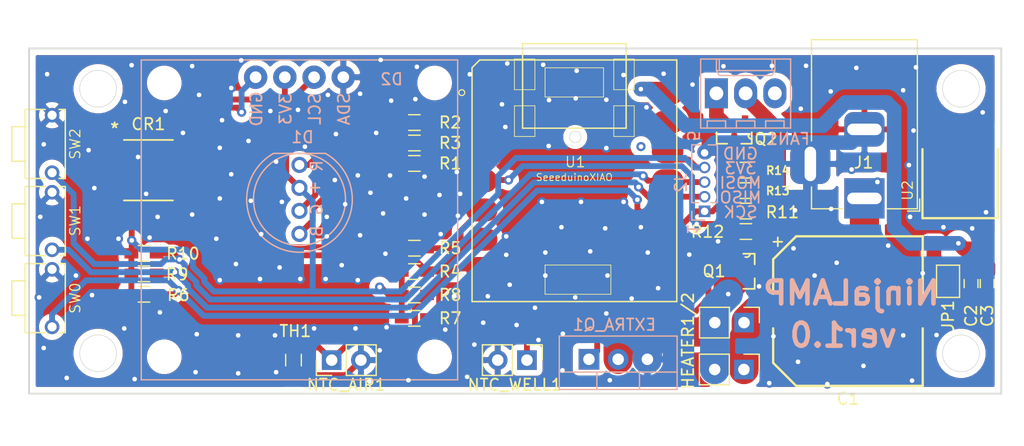
<source format=kicad_pcb>
(kicad_pcb (version 20171130) (host pcbnew "(5.1.6-0-10_14)")
  (layers (0 F.Cu signal) (31 B.Cu signal) (34 B.Paste user) (35 F.Paste user) (36 B.SilkS user) (37 F.SilkS user) (38 B.Mask user) (39 F.Mask user) (44 Edge.Cuts user))
  (net 0 "")
  (net 1 +12V)
  (net 2 GND)
  (net 3 +3V3)
  (net 4 SCL)
  (net 5 SDA)
  (net 6 /Q2)
  (net 7 AIN_AIR)
  (net 8 AIN_WELL)
  (net 9 /Q1)
  (net 10 HEATER)
  (net 11 LED_B)
  (net 12 LED_R)
  (net 13 LED_G)
  (net 14 "Net-(FAN1-Pad1)")
  (net 15 "Net-(Q2-Pad1)")
  (net 16 "Net-(D1-Pad4)")
  (net 17 "Net-(D1-Pad2)")
  (net 18 "Net-(D1-Pad1)")
  (net 19 TACT0)
  (net 20 TACT1)
  (net 21 TACT2)
  (net 22 "Net-(C2-Pad1)")
  (net 23 +5V)
  (module Pin_Headers:Pin_Header_Straight_1x05_Pitch1.27mm (layer B.Cu) (at 168.7325 101.697)
    (fp_text reference J2 (at -2.06 -2.47 -90) (layer B.SilkS) (effects (justify mirror)))
    (fp_text value Conn_01x05_Male)
    (pad 1 thru_hole rect (at 0 0) (size 1 1) (drill 0.65) (layers *.Cu *.Mask) (net 19 TACT0))
    (pad 2 thru_hole oval (at 0 -1.27) (size 1 1) (drill 0.65) (layers *.Cu *.Mask) (net 20 TACT1))
    (pad 3 thru_hole oval (at 0 -2.54) (size 1 1) (drill 0.65) (layers *.Cu *.Mask) (net 21 TACT2))
    (pad 4 thru_hole oval (at 0 -3.81) (size 1 1) (drill 0.65) (layers *.Cu *.Mask) (net 3 +3V3))
    (pad 5 thru_hole oval (at 0 -5.08) (size 1 1) (drill 0.65) (layers *.Cu *.Mask) (net 2 GND))
  )
  (module Ninja-qPCR:I2C_SSD1306_LCD (layer B.Cu) (at 133.52 88.54 180)
    (fp_text reference D2 (at -8.0075 -1.677) (layer B.SilkS) (effects (justify mirror)))
    (fp_text value I2C_SSD1306_LCD)
    (pad "" np_thru_hole circle (at -11.75 -2 180) (size 2 2) (drill 2) (layers *.Cu *.Mask))
    (pad "" np_thru_hole circle (at 11.75 -2 180) (size 2 2) (drill 2) (layers *.Cu *.Mask))
    (pad "" np_thru_hole circle (at 11.75 -25.8 180) (size 2 2) (drill 2) (layers *.Cu *.Mask))
    (pad "" np_thru_hole circle (at -11.75 -25.8 180) (size 2 2) (drill 2) (layers *.Cu *.Mask))
    (pad 4 thru_hole oval (at 3.81 -1.5 180) (size 2.032 2.032) (drill 1.016) (layers *.Cu *.Mask) (net 5 SDA))
    (pad 3 thru_hole oval (at 1.27 -1.5 180) (size 2.032 2.032) (drill 1.016) (layers *.Cu *.Mask) (net 4 SCL))
    (pad 2 thru_hole oval (at -1.27 -1.5 180) (size 2.032 2.032) (drill 1.016) (layers *.Cu *.Mask) (net 3 +3V3))
    (pad 1 thru_hole oval (at -3.81 -1.5 180) (size 2.032 2.032) (drill 1.016) (layers *.Cu *.Mask) (net 2 GND))
  )
  (module OPL_Optoelectronics:LED4-2.0-D8.0MM (layer B.Cu) (at 133.52 100.66 270)
    (fp_text reference D1 (at -5.407 -0.2625 180) (layer B.SilkS) (effects (justify mirror)))
    (fp_text value DIP-LED-RGB-COMMON-ANODE_4P-D8MM_)
    (fp_text user B (at 2.768914 -1.5 270) (layer B.SilkS) (effects (justify mirror)))
    (fp_text user G (at 0.863914 -1.5 270) (layer B.SilkS) (effects (justify mirror)))
    (fp_text user R (at -2.909686 -1.5 270) (layer B.SilkS) (effects (justify mirror)))
    (fp_text user + (at -1.02 -1.29 270) (layer B.SilkS) (effects (justify mirror)))
    (pad 4 thru_hole circle (at -2.99974 0 270) (size 1.39954 1.39954) (drill 0.84836) (layers *.Cu *.Mask) (net 16 "Net-(D1-Pad4)"))
    (pad 3 thru_hole circle (at -0.99822 0 270) (size 1.39954 1.39954) (drill 0.84836) (layers *.Cu *.Mask) (net 3 +3V3))
    (pad 2 thru_hole circle (at 0.99822 0 270) (size 1.39954 1.39954) (drill 0.84836) (layers *.Cu *.Mask) (net 17 "Net-(D1-Pad2)"))
    (pad 1 thru_hole circle (at 2.99974 0 270) (size 1.39954 1.39954) (drill 0.84836) (layers *.Cu *.Mask) (net 18 "Net-(D1-Pad1)"))
  )
  (module Pin_Headers:Pin_Header_Straight_1x02_Pitch2.54mm (layer F.Cu) (at 172.14924 115.4428 270)
    (fp_text reference HEATER1 hide)
    (fp_text value Conn_01x02_Female)
    (pad 1 thru_hole rect (at 0 0 270) (size 1.7 1.7) (drill 1) (layers *.Cu *.Mask) (net 1 +12V))
    (pad 2 thru_hole oval (at 0 2.54 270) (size 1.7 1.7) (drill 1) (layers *.Cu *.Mask) (net 6 /Q2))
  )
  (module Pin_Headers:Pin_Header_Straight_1x02_Pitch2.54mm (layer F.Cu) (at 172.1594 111.3694 270)
    (fp_text reference HEATER2 hide)
    (fp_text value Conn_01x02_Female)
    (pad 2 thru_hole oval (at 0 2.54 270) (size 1.7 1.7) (drill 1) (layers *.Cu *.Mask) (net 6 /Q2))
    (pad 1 thru_hole rect (at 0 0 270) (size 1.7 1.7) (drill 1) (layers *.Cu *.Mask) (net 1 +12V))
  )
  (module Connector_BarrelJack:BarrelJack_Horizontal (layer F.Cu) (at 182.6242 100.5744 270)
    (fp_text reference J1 (at -3.11404 0.06858 180) (layer F.SilkS))
    (fp_text value Barrel_Jack_Switch)
    (pad 1 thru_hole rect (at 0 0 270) (size 3.5 3.5) (drill oval 1 3) (layers *.Cu *.Mask) (net 1 +12V))
    (pad 2 thru_hole roundrect (at -6 0 270) (size 3 3.5) (drill oval 1 3) (layers *.Cu *.Mask) (net 2 GND))
    (pad 3 thru_hole roundrect (at -3 4.7 270) (size 3.5 3.5) (drill oval 3 1) (layers *.Cu *.Mask) (net 2 GND))
  )
  (module Connectors_Molex:Molex_KK-6410-03_03x2.54mm_Straight (layer B.Cu) (at 169.7591 91.4398)
    (fp_text reference FAN1 (at 6.2534 3.9672) (layer B.SilkS) (effects (justify mirror)))
    (fp_text value Fan_3pin)
    (pad 1 thru_hole rect (at 0 0) (size 2 2.6) (drill 1.2) (layers *.Cu *.Mask) (net 14 "Net-(FAN1-Pad1)"))
    (pad 2 thru_hole oval (at 2.54 0) (size 2 2.6) (drill 1.2) (layers *.Cu *.Mask) (net 1 +12V))
    (pad 3 thru_hole oval (at 5.08 0) (size 2 2.6) (drill 1.2) (layers *.Cu *.Mask))
  )
  (module Pin_Headers:Pin_Header_Straight_1x02_Pitch2.54mm (layer F.Cu) (at 136.32 114.63 90)
    (fp_text reference NTC_AIR1 (at -2.147 1.2725) (layer F.SilkS))
    (fp_text value Conn_01x02_Female)
    (pad 1 thru_hole rect (at 0 0 90) (size 1.7 1.7) (drill 1) (layers *.Cu *.Mask) (net 7 AIN_AIR))
    (pad 2 thru_hole oval (at 0 2.54 90) (size 1.7 1.7) (drill 1) (layers *.Cu *.Mask) (net 2 GND))
  )
  (module Pin_Headers:Pin_Header_Straight_1x02_Pitch2.54mm (layer F.Cu) (at 153.2925 114.63 270)
    (fp_text reference NTC_WELL1 (at 2.147 1.06) (layer F.SilkS))
    (fp_text value Conn_01x02_Female)
    (pad 2 thru_hole oval (at 0 2.54 270) (size 1.7 1.7) (drill 1) (layers *.Cu *.Mask) (net 2 GND))
    (pad 1 thru_hole rect (at 0 0 270) (size 1.7 1.7) (drill 1) (layers *.Cu *.Mask) (net 8 AIN_WELL))
  )
  (module Ninja-qPCR:SOT95P240X112-3N (layer F.Cu) (at 172.3753 106.9084)
    (fp_text reference Q1 (at -2.8194 -0.00254) (layer F.SilkS))
    (fp_text value BSP89)
    (pad 3 smd rect (at 1.0922 0) (size 1.3208 0.5588) (layers F.Cu F.Paste F.Mask) (net 2 GND))
    (pad 2 smd rect (at -1.0922 0.9398) (size 1.3208 0.5588) (layers F.Cu F.Paste F.Mask) (net 6 /Q2))
    (pad 1 smd rect (at -1.0922 -0.9398) (size 1.3208 0.5588) (layers F.Cu F.Paste F.Mask) (net 9 /Q1))
  )
  (module Ninja-qPCR:SOT95P240X112-3N (layer F.Cu) (at 171.3085 95.1101 270)
    (fp_text reference Q2 (at 0.2969 -2.754 180) (layer F.SilkS))
    (fp_text value BSP89 hide)
    (pad 1 smd rect (at -1.0922 -0.9398 270) (size 1.3208 0.5588) (layers F.Cu F.Paste F.Mask) (net 15 "Net-(Q2-Pad1)"))
    (pad 2 smd rect (at -1.0922 0.9398 270) (size 1.3208 0.5588) (layers F.Cu F.Paste F.Mask) (net 14 "Net-(FAN1-Pad1)"))
    (pad 3 smd rect (at 1.0922 0 270) (size 1.3208 0.5588) (layers F.Cu F.Paste F.Mask) (net 2 GND))
  )
  (module Resistors_SMD:R_0603_HandSoldering (layer F.Cu) (at 143.51 106.934 180)
    (fp_text reference R4 (at -3.1125 0) (layer F.SilkS))
    (fp_text value 47K)
    (pad 2 smd rect (at 1.1 0 180) (size 1.2 0.9) (layers F.Cu F.Paste F.Mask) (net 3 +3V3))
    (pad 1 smd rect (at -1.1 0 180) (size 1.2 0.9) (layers F.Cu F.Paste F.Mask) (net 4 SCL))
  )
  (module Resistors_SMD:R_0603_HandSoldering (layer F.Cu) (at 143.51 104.902 180)
    (fp_text reference R5 (at -3.1125 0) (layer F.SilkS))
    (fp_text value 47K)
    (pad 1 smd rect (at -1.1 0 180) (size 1.2 0.9) (layers F.Cu F.Paste F.Mask) (net 5 SDA))
    (pad 2 smd rect (at 1.1 0 180) (size 1.2 0.9) (layers F.Cu F.Paste F.Mask) (net 3 +3V3))
  )
  (module Resistors_SMD:R_0603_HandSoldering (layer F.Cu) (at 143.51 110.998)
    (fp_text reference R7 (at 3.1125 0) (layer F.SilkS))
    (fp_text value 47K)
    (pad 2 smd rect (at 1.1 0) (size 1.2 0.9) (layers F.Cu F.Paste F.Mask) (net 8 AIN_WELL))
    (pad 1 smd rect (at -1.1 0) (size 1.2 0.9) (layers F.Cu F.Paste F.Mask) (net 3 +3V3))
  )
  (module Resistors_SMD:R_0603_HandSoldering (layer F.Cu) (at 143.51 108.966)
    (fp_text reference R8 (at 3.1125 0) (layer F.SilkS))
    (fp_text value 47K)
    (pad 1 smd rect (at -1.1 0) (size 1.2 0.9) (layers F.Cu F.Paste F.Mask) (net 3 +3V3))
    (pad 2 smd rect (at 1.1 0) (size 1.2 0.9) (layers F.Cu F.Paste F.Mask) (net 7 AIN_AIR))
  )
  (module Resistors_SMD:R_0603_HandSoldering (layer F.Cu) (at 172.32196 101.676 180)
    (fp_text reference R11 (at -3.17054 -0.101) (layer F.SilkS))
    (fp_text value 1K)
    (pad 2 smd rect (at 1.1 0 180) (size 1.2 0.9) (layers F.Cu F.Paste F.Mask) (net 10 HEATER))
    (pad 1 smd rect (at -1.1 0 180) (size 1.2 0.9) (layers F.Cu F.Paste F.Mask) (net 9 /Q1))
  )
  (module Resistors_SMD:R_0603_HandSoldering (layer F.Cu) (at 172.32196 103.454 180)
    (fp_text reference R12 (at 3.32946 -0.023) (layer F.SilkS))
    (fp_text value 47K)
    (pad 1 smd rect (at -1.1 0 180) (size 1.2 0.9) (layers F.Cu F.Paste F.Mask) (net 2 GND))
    (pad 2 smd rect (at 1.1 0 180) (size 1.2 0.9) (layers F.Cu F.Paste F.Mask) (net 9 /Q1))
  )
  (module Resistors_SMD:R_0603_HandSoldering (layer F.Cu) (at 120.01 107.126)
    (fp_text reference R9 (at 2.8825 0.051) (layer F.SilkS))
    (fp_text value 47K)
    (pad 2 smd rect (at 1.1 0) (size 1.2 0.9) (layers F.Cu F.Paste F.Mask) (net 20 TACT1))
    (pad 1 smd rect (at -1.1 0) (size 1.2 0.9) (layers F.Cu F.Paste F.Mask) (net 3 +3V3))
  )
  (module Resistors_SMD:R_0603_HandSoldering (layer F.Cu) (at 143.51 97.536 180)
    (fp_text reference R1 (at -3.1125 0) (layer F.SilkS))
    (fp_text value 15)
    (pad 2 smd rect (at 1.1 0 180) (size 1.2 0.9) (layers F.Cu F.Paste F.Mask) (net 18 "Net-(D1-Pad1)"))
    (pad 1 smd rect (at -1.1 0 180) (size 1.2 0.9) (layers F.Cu F.Paste F.Mask) (net 11 LED_B))
  )
  (module Resistors_SMD:R_0603_HandSoldering (layer F.Cu) (at 143.51 93.98 180)
    (fp_text reference R2 (at -3.1125 0) (layer F.SilkS))
    (fp_text value 75)
    (pad 1 smd rect (at -1.1 0 180) (size 1.2 0.9) (layers F.Cu F.Paste F.Mask) (net 12 LED_R))
    (pad 2 smd rect (at 1.1 0 180) (size 1.2 0.9) (layers F.Cu F.Paste F.Mask) (net 16 "Net-(D1-Pad4)"))
  )
  (module Resistors_SMD:R_0603_HandSoldering (layer F.Cu) (at 172.32196 99.898 180)
    (fp_text reference R13 (at -2.77054 -0.029) (layer F.SilkS) (effects (font (size 0.7 0.7))))
    (fp_text value 1K)
    (pad 1 smd rect (at -1.1 0 180) (size 1.2 0.9) (layers F.Cu F.Paste F.Mask) (net 15 "Net-(Q2-Pad1)"))
    (pad 2 smd rect (at 1.1 0 180) (size 1.2 0.9) (layers F.Cu F.Paste F.Mask) (net 19 TACT0))
  )
  (module Resistors_SMD:R_0603_HandSoldering (layer F.Cu) (at 143.51 95.758 180)
    (fp_text reference R3 (at -3.1125 0) (layer F.SilkS))
    (fp_text value 15)
    (pad 2 smd rect (at 1.1 0 180) (size 1.2 0.9) (layers F.Cu F.Paste F.Mask) (net 17 "Net-(D1-Pad2)"))
    (pad 1 smd rect (at -1.1 0 180) (size 1.2 0.9) (layers F.Cu F.Paste F.Mask) (net 13 LED_G))
  )
  (module Resistors_SMD:R_0603_HandSoldering (layer F.Cu) (at 172.32196 98.12)
    (fp_text reference R14 (at 2.78054 0.037) (layer F.SilkS) (effects (font (size 0.7 0.7))))
    (fp_text value 47K)
    (pad 2 smd rect (at 1.1 0) (size 1.2 0.9) (layers F.Cu F.Paste F.Mask) (net 15 "Net-(Q2-Pad1)"))
    (pad 1 smd rect (at -1.1 0) (size 1.2 0.9) (layers F.Cu F.Paste F.Mask) (net 2 GND))
  )
  (module Ninja-qPCR:SeeeduinoXIAO-MOUDLE14P-2.54-21X17.8MM (layer F.Cu) (at 148.52 109.54)
    (fp_text reference U1 (at 8.97344 -12.12612) (layer F.SilkS) (effects (font (size 0.889 0.889) (thickness 0.1016))))
    (fp_text value SeeeduinoXIAO (at 8.89 -10.795) (layer F.SilkS) (effects (font (size 0.6096 0.6096) (thickness 0.0762))))
    (pad 20 smd circle (at 10.238803 -16.264187 90) (size 1.143 1.143) (layers F.Cu F.Paste F.Mask))
    (pad 19 smd circle (at 7.698803 -16.264187 90) (size 1.143 1.143) (layers F.Cu F.Paste F.Mask))
    (pad 18 smd circle (at 10.238803 -18.804187 90) (size 1.143 1.143) (layers F.Cu F.Paste F.Mask))
    (pad 17 smd circle (at 7.698803 -18.804187 90) (size 1.143 1.143) (layers F.Cu F.Paste F.Mask))
    (pad 16 smd oval (at 10.25 -1.8 90) (size 2.032 1.016) (layers F.Cu F.Paste F.Mask))
    (pad 15 smd oval (at 7.7 -1.8 90) (size 2.032 1.016) (layers F.Cu F.Paste F.Mask))
    (pad 1 smd oval (at 0.83312 -18.11782) (size 2.74828 1.99898) (layers F.Cu F.Paste F.Mask) (net 12 LED_R))
    (pad 2 smd oval (at 0.83312 -15.57782) (size 2.74828 1.99898) (layers F.Cu F.Paste F.Mask) (net 13 LED_G))
    (pad 3 smd oval (at 0.83312 -13.03782) (size 2.74828 1.99898) (layers F.Cu F.Paste F.Mask) (net 11 LED_B))
    (pad 4 smd oval (at 0.83312 -10.49782) (size 2.74828 1.99898) (layers F.Cu F.Paste F.Mask) (net 10 HEATER))
    (pad 5 smd oval (at 0.83312 -7.95782) (size 2.74828 1.99898) (layers F.Cu F.Paste F.Mask) (net 5 SDA))
    (pad 6 smd oval (at 0.83312 -5.41782) (size 2.74828 1.99898) (layers F.Cu F.Paste F.Mask) (net 4 SCL))
    (pad 7 smd oval (at 0.83312 -2.87782) (size 2.74828 1.99898) (layers F.Cu F.Paste F.Mask) (net 7 AIN_AIR))
    (pad 8 smd oval (at 16.99768 -2.87782) (size 2.74828 1.99898) (layers F.Cu F.Paste F.Mask) (net 8 AIN_WELL))
    (pad 9 smd oval (at 16.99768 -5.41782) (size 2.74828 1.99898) (layers F.Cu F.Paste F.Mask) (net 19 TACT0))
    (pad 10 smd oval (at 16.99768 -7.95782) (size 2.74828 1.99898) (layers F.Cu F.Paste F.Mask) (net 20 TACT1))
    (pad 11 smd oval (at 16.99768 -10.49782) (size 2.74828 1.99898) (layers F.Cu F.Paste F.Mask) (net 21 TACT2))
    (pad 12 smd oval (at 16.99768 -13.03782) (size 2.74828 1.99898) (layers F.Cu F.Paste F.Mask) (net 3 +3V3))
    (pad 13 smd oval (at 16.99768 -15.57782) (size 2.74828 1.99898) (layers F.Cu F.Paste F.Mask) (net 2 GND))
    (pad 14 smd oval (at 16.99768 -18.11782) (size 2.74828 1.99898) (layers F.Cu F.Paste F.Mask) (net 23 +5V))
  )
  (module TO_SOT_Packages_THT:TO-220-3_Vertical (layer B.Cu) (at 158.6825 114.557)
    (fp_text reference EXTRA_Q1 (at 2.2001 -3.00564) (layer B.SilkS) (effects (justify mirror)))
    (fp_text value BSP89)
    (pad 3 thru_hole oval (at 5.08 0) (size 1.8 1.8) (drill 1) (layers *.Cu *.Mask) (net 2 GND))
    (pad 2 thru_hole oval (at 2.54 0) (size 1.8 1.8) (drill 1) (layers *.Cu *.Mask) (net 6 /Q2))
    (pad 1 thru_hole rect (at 0 0) (size 1.8 1.8) (drill 1) (layers *.Cu *.Mask) (net 9 /Q1))
  )
  (module Resistors_SMD:R_0603_HandSoldering (layer F.Cu) (at 133.0025 114.627 270)
    (fp_text reference TH1 (at -2.52 -0.16 180) (layer F.SilkS))
    (fp_text value Thermistor)
    (pad 2 smd rect (at 1.1 0 270) (size 1.2 0.9) (layers F.Cu F.Paste F.Mask) (net 2 GND))
    (pad 1 smd rect (at -1.1 0 270) (size 1.2 0.9) (layers F.Cu F.Paste F.Mask) (net 7 AIN_AIR))
  )
  (module OPL_Switch:SW2-5.0-6.0X3.0X4.3MM (layer F.Cu) (at 112.02 102.54 90)
    (fp_text reference SW1 (at 0.033 2.0025 90) (layer F.SilkS) (effects (font (size 0.889 0.889) (thickness 0.1016))))
    (fp_text value DIP-BUTTON_2P-6.0X3.0X4.3MM_ hide)
    (pad 2 thru_hole circle (at 2.49936 0 90) (size 1.27 1.27) (drill 0.79756) (layers *.Cu *.Mask) (net 2 GND))
    (pad 1 thru_hole circle (at -2.49936 0 90) (size 1.27 1.27) (drill 0.79756) (layers *.Cu *.Mask) (net 20 TACT1))
  )
  (module Resistors_SMD:R_0603_HandSoldering (layer F.Cu) (at 120.01 108.904)
    (fp_text reference R6 (at 2.9825 0.073) (layer F.SilkS))
    (fp_text value 47K)
    (pad 1 smd rect (at -1.1 0) (size 1.2 0.9) (layers F.Cu F.Paste F.Mask) (net 3 +3V3))
    (pad 2 smd rect (at 1.1 0) (size 1.2 0.9) (layers F.Cu F.Paste F.Mask) (net 19 TACT0))
  )
  (module Resistors_SMD:R_0603_HandSoldering (layer F.Cu) (at 120.01 105.348)
    (fp_text reference R10 (at 3.3825 0.029) (layer F.SilkS))
    (fp_text value 47K)
    (pad 2 smd rect (at 1.1 0) (size 1.2 0.9) (layers F.Cu F.Paste F.Mask) (net 21 TACT2))
    (pad 1 smd rect (at -1.1 0) (size 1.2 0.9) (layers F.Cu F.Paste F.Mask) (net 3 +3V3))
  )
  (module OPL_Switch:SW2-5.0-6.0X3.0X4.3MM (layer F.Cu) (at 112.02 109.24 90)
    (fp_text reference SW0 (at 0 2.0025 90) (layer F.SilkS) (effects (font (size 0.889 0.889) (thickness 0.1016))))
    (fp_text value DIP-BUTTON_2P-6.0X3.0X4.3MM_)
    (pad 1 thru_hole circle (at -2.49936 0 90) (size 1.27 1.27) (drill 0.79756) (layers *.Cu *.Mask) (net 19 TACT0))
    (pad 2 thru_hole circle (at 2.49936 0 90) (size 1.27 1.27) (drill 0.79756) (layers *.Cu *.Mask) (net 2 GND))
  )
  (module OPL_Switch:SW2-5.0-6.0X3.0X4.3MM (layer F.Cu) (at 112.02 95.84 90)
    (fp_text reference SW2 (at 0 2.0025 90) (layer F.SilkS) (effects (font (size 0.889 0.889) (thickness 0.1016))))
    (fp_text value DIP-BUTTON_2P-6.0X3.0X4.3MM_)
    (pad 2 thru_hole circle (at 2.49936 0 90) (size 1.27 1.27) (drill 0.79756) (layers *.Cu *.Mask) (net 2 GND))
    (pad 1 thru_hole circle (at -2.49936 0 90) (size 1.27 1.27) (drill 0.79756) (layers *.Cu *.Mask) (net 21 TACT2))
  )
  (module Ninja-qPCR:M24C02-RMN6TP (layer F.Cu) (at 120.3925 98.12)
    (fp_text reference CR1 (at 0 -4) (layer F.SilkS))
    (fp_text value M24C02-RMN6TP)
    (fp_text user * (at -2.9337 -3.6068) (layer F.SilkS))
    (fp_text user * (at -2.9337 -3.6068) (layer F.SilkS))
    (pad 8 smd rect (at 2.6797 -1.905) (size 1.5494 0.5588) (layers F.Cu F.Paste F.Mask) (net 3 +3V3))
    (pad 7 smd rect (at 2.6797 -0.635) (size 1.5494 0.5588) (layers F.Cu F.Paste F.Mask))
    (pad 6 smd rect (at 2.6797 0.635) (size 1.5494 0.5588) (layers F.Cu F.Paste F.Mask) (net 4 SCL))
    (pad 5 smd rect (at 2.6797 1.905) (size 1.5494 0.5588) (layers F.Cu F.Paste F.Mask) (net 5 SDA))
    (pad 4 smd rect (at -2.6797 1.905) (size 1.5494 0.5588) (layers F.Cu F.Paste F.Mask) (net 2 GND))
    (pad 3 smd rect (at -2.6797 0.635) (size 1.5494 0.5588) (layers F.Cu F.Paste F.Mask) (net 2 GND))
    (pad 2 smd rect (at -2.6797 -0.635) (size 1.5494 0.5588) (layers F.Cu F.Paste F.Mask) (net 2 GND))
    (pad 1 smd rect (at -2.6797 -1.905) (size 1.5494 0.5588) (layers F.Cu F.Paste F.Mask) (net 2 GND))
  )
  (module Capacitors_SMD:C_0603_HandSoldering (layer F.Cu) (at 191.8925 107.977 270)
    (fp_text reference C2 (at 2.8 0 90) (layer F.SilkS))
    (fp_text value 0.33uF)
    (pad 1 smd rect (at -0.95 0 270) (size 1.2 0.75) (layers F.Cu F.Paste F.Mask) (net 22 "Net-(C2-Pad1)"))
    (pad 2 smd rect (at 0.95 0 270) (size 1.2 0.75) (layers F.Cu F.Paste F.Mask) (net 2 GND))
  )
  (module Capacitors_SMD:C_0603_HandSoldering (layer F.Cu) (at 193.2925 107.977 270)
    (fp_text reference C3 (at 2.8 0 90) (layer F.SilkS))
    (fp_text value 0.1uF)
    (pad 2 smd rect (at 0.95 0 270) (size 1.2 0.75) (layers F.Cu F.Paste F.Mask) (net 2 GND))
    (pad 1 smd rect (at -0.95 0 270) (size 1.2 0.75) (layers F.Cu F.Paste F.Mask) (net 23 +5V))
  )
  (module OPL_Integrated_Circuit:TO-252 (layer F.Cu) (at 190.6925 99.877 90)
    (fp_text reference U2 (at 0 -4.318 90) (layer F.SilkS) (effects (font (size 0.889 0.889) (thickness 0.1016))))
    (fp_text value PMIC-CJ78M05_TO-252_)
    (pad 1 smd rect (at -5.08 -2.032) (size 1.016 1.651) (layers F.Cu F.Paste F.Mask) (net 22 "Net-(C2-Pad1)"))
    (pad 2 smd rect (at 2.24536 0.254) (size 5.29844 6.1976) (layers F.Cu F.Paste F.Mask) (net 2 GND))
    (pad 3 smd rect (at -5.08 2.54) (size 1.016 1.651) (layers F.Cu F.Paste F.Mask) (net 23 +5V))
  )
  (module Jumper:SolderJumper-2_P1.3mm_Open_TrianglePad1.0x1.5mm (layer F.Cu) (at 189.8925 107.777 90)
    (fp_text reference JP1 (at -3 0 90) (layer F.SilkS))
    (fp_text value Jumper)
    (pad 2 smd custom (at 0.725 0 90) (size 0.3 0.3) (layers F.Cu F.Mask) (net 22 "Net-(C2-Pad1)") (options (clearance outline) (anchor rect)) (primitives (gr_poly (pts (xy -0.65 -0.75) (xy 0.5 -0.75) (xy 0.5 0.75) (xy -0.65 0.75) (xy -0.15 0)) (width 0))))
    (pad 1 smd custom (at -0.725 0 90) (size 0.3 0.3) (layers F.Cu F.Mask) (net 1 +12V) (options (clearance outline) (anchor rect)) (primitives (gr_poly (pts (xy -0.5 -0.75) (xy 0.5 -0.75) (xy 1 0) (xy 0.5 0.75) (xy -0.5 0.75)) (width 0))))
  )
  (module Ninja-qPCR:ELECTRO-SMD-C-12.5x13.5MM (layer F.Cu) (at 181.1925 110.36788 180)
    (fp_text reference C1 (at 0 -7.62) (layer F.SilkS))
    (fp_text value CP)
    (fp_text user + (at 6.096 6.096) (layer F.SilkS))
    (pad 1 smd rect (at 4.55 0 180) (size 5.2 1.7) (layers F.Cu F.Paste F.Mask) (net 1 +12V))
    (pad 2 smd rect (at -4.55 0 180) (size 5.2 1.7) (layers F.Cu F.Paste F.Mask) (net 2 GND))
  )
  (gr_text ver1.0 (at 180.7925 112.467) (layer B.SilkS) (effects (font (size 2 2) (thickness 0.4)) (justify mirror)))
  (gr_text NinjaLAMP (at 181.4825 108.797) (layer B.SilkS) (effects (font (size 2 2) (thickness 0.4)) (justify mirror)))
  (gr_circle (center 157.488803 95.23218) (end 157.988803 95.23218) (layer Edge.Cuts) (width 0.05))
  (gr_text SCK (at 171.8525 101.767) (layer B.SilkS) (effects (font (size 1 1)) (justify mirror)))
  (gr_text MISO (at 171.8525 100.497) (layer B.SilkS) (effects (font (size 1 1)) (justify mirror)))
  (gr_text MOSI (at 171.8525 99.227) (layer B.SilkS) (effects (font (size 1 1)) (justify mirror)))
  (gr_text 3V3 (at 171.8525 97.957) (layer B.SilkS) (effects (font (size 1 1)) (justify mirror)))
  (gr_text GND (at 171.8525 96.687) (layer B.SilkS) (effects (font (size 1 1)) (justify mirror)))
  (gr_text 5 (at 167.7225 95.137 270) (layer B.SilkS) (effects (font (size 1 1)) (justify mirror)))
  (gr_text 1 (at 167.7225 103.237 270) (layer B.SilkS) (effects (font (size 1 1)) (justify mirror)))
  (gr_text SDA (at 137.3925 92.797 90) (layer B.SilkS) (effects (font (size 1 1)) (justify mirror)))
  (gr_text SCL (at 134.8525 92.797 90) (layer B.SilkS) (effects (font (size 1 1)) (justify mirror)))
  (gr_text 3V3 (at 132.3125 92.797 90) (layer B.SilkS) (effects (font (size 1 1)) (justify mirror)))
  (gr_text GND (at 129.7725 92.797 90) (layer B.SilkS) (effects (font (size 1 1)) (justify mirror)))
  (gr_text HEATER1/2 (at 167.28768 112.94852 90) (layer F.SilkS) (effects (font (size 1 1))))
  (gr_circle (center 116.02 91.04) (end 117.62 91.04) (layer Edge.Cuts) (width 0.05))
  (gr_circle (center 116.02 114.04) (end 117.62 114.04) (layer Edge.Cuts) (width 0.05))
  (gr_line (start 110.02 117.54) (end 194.52 117.54) (layer Edge.Cuts) (width 0.15))
  (gr_circle (center 191.02 114.04) (end 192.62 114.04) (layer Edge.Cuts) (width 0.05))
  (gr_circle (center 191.02 91.04) (end 192.62 91.04) (layer Edge.Cuts) (width 0.05))
  (gr_line (start 194.52 117.54) (end 194.52 87.54) (layer Edge.Cuts) (width 0.15))
  (gr_line (start 110.02 87.54) (end 110.02 117.54) (layer Edge.Cuts) (width 0.15))
  (gr_line (start 110.02 87.54) (end 194.52 87.54) (layer Edge.Cuts) (width 0.15))
  (via (at 163.2025 96.067) (size 0.8) (drill 0.4) (layers F.Cu B.Cu) (net 0))
  (segment (start 175.1693 109.28416) (end 176.25302 110.36788) (width 1.27) (layer F.Cu) (net 1))
  (segment (start 175.1693 94.665096) (end 175.1693 109.28416) (width 1.27) (layer F.Cu) (net 1))
  (segment (start 172.2991 91.4398) (end 172.2991 91.794896) (width 1.27) (layer F.Cu) (net 1))
  (segment (start 176.25302 110.36788) (end 174.16092 110.36788) (width 2.54) (layer F.Cu) (net 1))
  (segment (start 172.1594 115.43264) (end 172.14924 115.4428) (width 2.54) (layer F.Cu) (net 1))
  (segment (start 172.35941 112.504349) (end 172.35941 111.3694) (width 2.54) (layer F.Cu) (net 1))
  (segment (start 172.14924 112.714519) (end 172.35941 112.504349) (width 2.54) (layer F.Cu) (net 1))
  (segment (start 172.14924 115.4428) (end 172.14924 112.714519) (width 2.54) (layer F.Cu) (net 1))
  (segment (start 173.184479 110.36788) (end 172.35941 111.192949) (width 2.54) (layer F.Cu) (net 1))
  (segment (start 176.25302 110.36788) (end 173.184479 110.36788) (width 2.54) (layer F.Cu) (net 1))
  (segment (start 172.2991 91.794896) (end 175.1693 94.665096) (width 1.27) (layer F.Cu) (net 1))
  (segment (start 182.6242 106.522902) (end 178.779222 110.36788) (width 2.54) (layer F.Cu) (net 1))
  (segment (start 178.779222 110.36788) (end 176.6425 110.36788) (width 2.54) (layer F.Cu) (net 1))
  (segment (start 182.6242 101.5744) (end 182.6242 106.522902) (width 2.54) (layer F.Cu) (net 1))
  (segment (start 186.398379 108.682879) (end 189.711621 108.682879) (width 1.27) (layer F.Cu) (net 1))
  (segment (start 189.711621 108.682879) (end 189.8925 108.502) (width 1.27) (layer F.Cu) (net 1))
  (segment (start 184.238402 106.522902) (end 186.398379 108.682879) (width 1.27) (layer F.Cu) (net 1))
  (segment (start 182.6242 106.522902) (end 184.238402 106.522902) (width 1.27) (layer F.Cu) (net 1))
  (segment (start 165.51768 93.96218) (end 166.64014 93.96218) (width 0.508) (layer F.Cu) (net 2))
  (segment (start 173.4753 106.9006) (end 173.4675 106.9084) (width 1.27) (layer F.Cu) (net 2))
  (segment (start 173.4675 106.9084) (end 173.4675 108.2165) (width 1.27) (layer F.Cu) (net 2))
  (via (at 173.4675 108.2165) (size 0.8) (drill 0.4) (layers F.Cu B.Cu) (net 2))
  (segment (start 177.9242 105.5124) (end 175.2201 108.2165) (width 1.27) (layer B.Cu) (net 2))
  (segment (start 175.2201 108.2165) (end 173.4675 108.2165) (width 1.27) (layer B.Cu) (net 2))
  (segment (start 177.9242 98.5744) (end 177.9242 105.5124) (width 1.27) (layer B.Cu) (net 2))
  (segment (start 169.652851 106.149591) (end 171.922749 106.149591) (width 2.54) (layer B.Cu) (net 2))
  (segment (start 173.4675 107.694342) (end 173.4675 108.2165) (width 2.54) (layer B.Cu) (net 2))
  (segment (start 171.922749 106.149591) (end 173.4675 107.694342) (width 2.54) (layer B.Cu) (net 2))
  (segment (start 171.3085 98.03346) (end 171.22196 98.12) (width 1.27) (layer F.Cu) (net 2))
  (segment (start 173.42196 106.86286) (end 173.4675 106.9084) (width 1.27) (layer F.Cu) (net 2))
  (segment (start 173.42196 103.454) (end 173.42196 106.86286) (width 1.27) (layer F.Cu) (net 2))
  (via (at 118.3525 92.177) (size 0.8) (drill 0.4) (layers F.Cu B.Cu) (net 2))
  (via (at 118.9325 88.997) (size 0.8) (drill 0.4) (layers F.Cu B.Cu) (net 2))
  (via (at 148.7225 113.277) (size 0.8) (drill 0.4) (layers F.Cu B.Cu) (net 2))
  (via (at 156.3825 115.517) (size 0.8) (drill 0.4) (layers F.Cu B.Cu) (net 2))
  (via (at 128.4525 88.577) (size 0.8) (drill 0.4) (layers F.Cu B.Cu) (net 2))
  (via (at 140.5825 88.537) (size 0.8) (drill 0.4) (layers F.Cu B.Cu) (net 2))
  (via (at 143.5925 91.947) (size 0.8) (drill 0.4) (layers F.Cu B.Cu) (net 2))
  (via (at 143.7225 89.137) (size 0.8) (drill 0.4) (layers F.Cu B.Cu) (net 2))
  (via (at 155.1825 96.017) (size 0.8) (drill 0.4) (layers F.Cu B.Cu) (net 2))
  (via (at 151.4125 94.367) (size 0.8) (drill 0.4) (layers F.Cu B.Cu) (net 2))
  (via (at 148.3225 89.787) (size 0.8) (drill 0.4) (layers F.Cu B.Cu) (net 2))
  (via (at 151.5825 88.847) (size 0.8) (drill 0.4) (layers F.Cu B.Cu) (net 2))
  (via (at 151.1225 92.397) (size 0.8) (drill 0.4) (layers F.Cu B.Cu) (net 2))
  (via (at 154.7025 88.957) (size 0.8) (drill 0.4) (layers F.Cu B.Cu) (net 2))
  (via (at 155.2125 92.027) (size 0.8) (drill 0.4) (layers F.Cu B.Cu) (net 2))
  (via (at 157.5325 91.877) (size 0.8) (drill 0.4) (layers F.Cu B.Cu) (net 2))
  (via (at 157.6125 89.477) (size 0.8) (drill 0.4) (layers F.Cu B.Cu) (net 2))
  (via (at 160.1925 91.997) (size 0.8) (drill 0.4) (layers F.Cu B.Cu) (net 2))
  (via (at 160.1925 96.197) (size 0.8) (drill 0.4) (layers F.Cu B.Cu) (net 2))
  (via (at 163.6825 92.657) (size 0.8) (drill 0.4) (layers F.Cu B.Cu) (net 2))
  (via (at 165.1725 89.737) (size 0.8) (drill 0.4) (layers F.Cu B.Cu) (net 2))
  (via (at 167.6825 90.677) (size 0.8) (drill 0.4) (layers F.Cu B.Cu) (net 2))
  (via (at 161.6825 89.847) (size 0.8) (drill 0.4) (layers F.Cu B.Cu) (net 2))
  (via (at 170.3725 89.087) (size 0.8) (drill 0.4) (layers F.Cu B.Cu) (net 2))
  (via (at 174.5825 89.057) (size 0.8) (drill 0.4) (layers F.Cu B.Cu) (net 2))
  (via (at 177.5525 89.047) (size 0.8) (drill 0.4) (layers F.Cu B.Cu) (net 2))
  (via (at 181.9225 89.227) (size 0.8) (drill 0.4) (layers F.Cu B.Cu) (net 2))
  (via (at 187.1025 89.177) (size 0.8) (drill 0.4) (layers F.Cu B.Cu) (net 2))
  (via (at 192.9025 93.097) (size 0.8) (drill 0.4) (layers F.Cu B.Cu) (net 2))
  (via (at 188.8925 112.447) (size 0.8) (drill 0.4) (layers F.Cu B.Cu) (net 2))
  (via (at 186.7625 116.407) (size 0.8) (drill 0.4) (layers F.Cu B.Cu) (net 2))
  (via (at 185.9925 112.477) (size 0.8) (drill 0.4) (layers F.Cu B.Cu) (net 2))
  (via (at 174.3525 116.627) (size 0.8) (drill 0.4) (layers F.Cu B.Cu) (net 2))
  (via (at 174.7125 112.557) (size 0.8) (drill 0.4) (layers F.Cu B.Cu) (net 2))
  (via (at 179.4025 116.707) (size 0.8) (drill 0.4) (layers F.Cu B.Cu) (net 2))
  (via (at 176.8525 114.777) (size 0.8) (drill 0.4) (layers F.Cu B.Cu) (net 2))
  (via (at 182.5425 115.127) (size 0.8) (drill 0.4) (layers F.Cu B.Cu) (net 2))
  (via (at 178.2925 107.277) (size 0.8) (drill 0.4) (layers F.Cu B.Cu) (net 2))
  (via (at 180.2125 106.167) (size 0.8) (drill 0.4) (layers F.Cu B.Cu) (net 2))
  (via (at 179.7325 101.487) (size 0.8) (drill 0.4) (layers F.Cu B.Cu) (net 2))
  (via (at 176.5925 101.607) (size 0.8) (drill 0.4) (layers F.Cu B.Cu) (net 2))
  (via (at 176.4625 104.917) (size 0.8) (drill 0.4) (layers F.Cu B.Cu) (net 2))
  (via (at 181.5125 98.057) (size 0.8) (drill 0.4) (layers F.Cu B.Cu) (net 2))
  (via (at 183.7525 99.147) (size 0.8) (drill 0.4) (layers F.Cu B.Cu) (net 1))
  (via (at 156.4125 112.337) (size 0.8) (drill 0.4) (layers F.Cu B.Cu) (net 2))
  (via (at 167.4025 105.457) (size 0.8) (drill 0.4) (layers F.Cu B.Cu) (net 2))
  (via (at 169.9025 104.307) (size 0.8) (drill 0.4) (layers F.Cu B.Cu) (net 2))
  (segment (start 169.082199 96.2023) (end 168.7325 96.551999) (width 1.27) (layer F.Cu) (net 2))
  (segment (start 171.3085 96.2023) (end 169.082199 96.2023) (width 1.27) (layer F.Cu) (net 2))
  (segment (start 171.22196 96.28884) (end 171.3085 96.2023) (width 1.27) (layer F.Cu) (net 2))
  (segment (start 171.22196 98.12) (end 171.22196 96.28884) (width 1.27) (layer F.Cu) (net 2))
  (segment (start 133.209501 115.934001) (end 133.0025 115.727) (width 0.508) (layer F.Cu) (net 2))
  (segment (start 137.555999 115.934001) (end 133.209501 115.934001) (width 0.508) (layer F.Cu) (net 2))
  (segment (start 138.86 114.63) (end 137.555999 115.934001) (width 0.508) (layer F.Cu) (net 2))
  (segment (start 132.795499 115.934001) (end 133.0025 115.727) (width 0.508) (layer F.Cu) (net 2))
  (segment (start 163.7625 112.039942) (end 169.652851 106.149591) (width 2.54) (layer B.Cu) (net 2))
  (segment (start 163.7625 114.557) (end 163.7625 112.039942) (width 2.54) (layer B.Cu) (net 2))
  (via (at 123.3925 94.877) (size 0.8) (drill 0.4) (layers F.Cu B.Cu) (net 2))
  (via (at 119.4925 96.977) (size 0.8) (drill 0.4) (layers F.Cu B.Cu) (net 2))
  (via (at 111.5925 89.777) (size 0.8) (drill 0.4) (layers F.Cu B.Cu) (net 2))
  (via (at 111.2925 95.877) (size 0.8) (drill 0.4) (layers F.Cu B.Cu) (net 2))
  (via (at 115.1925 96.377) (size 0.8) (drill 0.4) (layers F.Cu B.Cu) (net 2))
  (via (at 110.9925 102.177) (size 0.8) (drill 0.4) (layers F.Cu B.Cu) (net 2))
  (via (at 115.6925 99.677) (size 0.8) (drill 0.4) (layers F.Cu B.Cu) (net 2))
  (via (at 110.8925 109.177) (size 0.8) (drill 0.4) (layers F.Cu B.Cu) (net 2))
  (via (at 114.0925 107.277) (size 0.8) (drill 0.4) (layers F.Cu B.Cu) (net 2))
  (via (at 115.0925 104.077) (size 0.8) (drill 0.4) (layers F.Cu B.Cu) (net 2))
  (via (at 117.7925 104.077) (size 0.8) (drill 0.4) (layers F.Cu B.Cu) (net 2))
  (via (at 124.1925 101.977) (size 0.8) (drill 0.4) (layers F.Cu B.Cu) (net 2))
  (via (at 126.5925 100.577) (size 0.8) (drill 0.4) (layers F.Cu B.Cu) (net 2))
  (via (at 127.5925 98.477) (size 0.8) (drill 0.4) (layers F.Cu B.Cu) (net 2))
  (via (at 131.9925 100.877) (size 0.8) (drill 0.4) (layers F.Cu B.Cu) (net 2))
  (via (at 130.1925 103.677) (size 0.8) (drill 0.4) (layers F.Cu B.Cu) (net 2))
  (via (at 115.4925 108.977) (size 0.8) (drill 0.4) (layers F.Cu B.Cu) (net 2))
  (via (at 111.2925 113.577) (size 0.8) (drill 0.4) (layers F.Cu B.Cu) (net 2))
  (via (at 113.2925 116.177) (size 0.8) (drill 0.4) (layers F.Cu B.Cu) (net 2))
  (via (at 118.2925 111.877) (size 0.8) (drill 0.4) (layers F.Cu B.Cu) (net 2))
  (via (at 119.1925 116.277) (size 0.8) (drill 0.4) (layers F.Cu B.Cu) (net 2))
  (via (at 121.3925 110.477) (size 0.8) (drill 0.4) (layers F.Cu B.Cu) (net 2))
  (via (at 124.4925 115.677) (size 0.8) (drill 0.4) (layers F.Cu B.Cu) (net 2))
  (via (at 124.5925 112.377) (size 0.8) (drill 0.4) (layers F.Cu B.Cu) (net 2))
  (via (at 128.1925 115.777) (size 0.8) (drill 0.4) (layers F.Cu B.Cu) (net 2))
  (via (at 128.1925 112.477) (size 0.8) (drill 0.4) (layers F.Cu B.Cu) (net 2))
  (via (at 131.4925 115.677) (size 0.8) (drill 0.4) (layers F.Cu B.Cu) (net 2))
  (via (at 131.3925 112.477) (size 0.8) (drill 0.4) (layers F.Cu B.Cu) (net 2))
  (via (at 134.7925 111.877) (size 0.8) (drill 0.4) (layers F.Cu B.Cu) (net 2))
  (via (at 141.0925 111.777) (size 0.8) (drill 0.4) (layers F.Cu B.Cu) (net 2))
  (via (at 138.3925 111.877) (size 0.8) (drill 0.4) (layers F.Cu B.Cu) (net 2))
  (via (at 140.4925 113.777) (size 0.8) (drill 0.4) (layers F.Cu B.Cu) (net 2))
  (via (at 142.9925 116.377) (size 0.8) (drill 0.4) (layers F.Cu B.Cu) (net 2))
  (via (at 139.5925 116.477) (size 0.8) (drill 0.4) (layers F.Cu B.Cu) (net 2))
  (via (at 146.1925 111.977) (size 0.8) (drill 0.4) (layers F.Cu B.Cu) (net 2))
  (via (at 146.9925 109.077) (size 0.8) (drill 0.4) (layers F.Cu B.Cu) (net 2))
  (via (at 149.8925 109.077) (size 0.8) (drill 0.4) (layers F.Cu B.Cu) (net 2))
  (via (at 152.3925 111.577) (size 0.8) (drill 0.4) (layers F.Cu B.Cu) (net 2))
  (via (at 149.4925 111.377) (size 0.8) (drill 0.4) (layers F.Cu B.Cu) (net 2))
  (via (at 148.0925 116.077) (size 0.8) (drill 0.4) (layers F.Cu B.Cu) (net 2))
  (via (at 154.2925 112.877) (size 0.8) (drill 0.4) (layers F.Cu B.Cu) (net 2))
  (via (at 151.7925 108.077) (size 0.8) (drill 0.4) (layers F.Cu B.Cu) (net 2))
  (via (at 154.8925 107.277) (size 0.8) (drill 0.4) (layers F.Cu B.Cu) (net 2))
  (via (at 153.9925 110.077) (size 0.8) (drill 0.4) (layers F.Cu B.Cu) (net 2))
  (via (at 157.4925 109.177) (size 0.8) (drill 0.4) (layers F.Cu B.Cu) (net 2))
  (via (at 160.2925 107.277) (size 0.8) (drill 0.4) (layers F.Cu B.Cu) (net 2))
  (via (at 164.6925 108.377) (size 0.8) (drill 0.4) (layers F.Cu B.Cu) (net 2))
  (via (at 162.3925 109.277) (size 0.8) (drill 0.4) (layers F.Cu B.Cu) (net 2))
  (via (at 160.1925 110.577) (size 0.8) (drill 0.4) (layers F.Cu B.Cu) (net 2))
  (via (at 160.4925 116.377) (size 0.8) (drill 0.4) (layers F.Cu B.Cu) (net 2))
  (via (at 163.7925 105.277) (size 0.8) (drill 0.4) (layers F.Cu B.Cu) (net 2))
  (via (at 158.7925 105.177) (size 0.8) (drill 0.4) (layers F.Cu B.Cu) (net 2))
  (via (at 154.8925 105.277) (size 0.8) (drill 0.4) (layers F.Cu B.Cu) (net 2))
  (via (at 151.4925 105.477) (size 0.8) (drill 0.4) (layers F.Cu B.Cu) (net 2))
  (via (at 151.4925 103.877) (size 0.8) (drill 0.4) (layers F.Cu B.Cu) (net 2))
  (via (at 154.5925 100.877) (size 0.8) (drill 0.4) (layers F.Cu B.Cu) (net 2))
  (via (at 161.6925 100.877) (size 0.8) (drill 0.4) (layers F.Cu B.Cu) (net 2))
  (via (at 157.9925 100.877) (size 0.8) (drill 0.4) (layers F.Cu B.Cu) (net 2))
  (via (at 163.1925 103.077) (size 0.8) (drill 0.4) (layers F.Cu B.Cu) (net 2))
  (via (at 160.0925 103.177) (size 0.8) (drill 0.4) (layers F.Cu B.Cu) (net 2))
  (via (at 156.2925 103.077) (size 0.8) (drill 0.4) (layers F.Cu B.Cu) (net 2))
  (via (at 135.8925 102.177) (size 0.8) (drill 0.4) (layers F.Cu B.Cu) (net 2))
  (via (at 135.8925 103.877) (size 0.8) (drill 0.4) (layers F.Cu B.Cu) (net 2))
  (via (at 138.7925 103.777) (size 0.8) (drill 0.4) (layers F.Cu B.Cu) (net 2))
  (via (at 140.7925 101.877) (size 0.8) (drill 0.4) (layers F.Cu B.Cu) (net 2))
  (via (at 144.3925 101.977) (size 0.8) (drill 0.4) (layers F.Cu B.Cu) (net 2))
  (via (at 145.7925 103.677) (size 0.8) (drill 0.4) (layers F.Cu B.Cu) (net 2))
  (via (at 147.2925 102.077) (size 0.8) (drill 0.4) (layers F.Cu B.Cu) (net 2))
  (via (at 147.4925 100.177) (size 0.8) (drill 0.4) (layers F.Cu B.Cu) (net 2))
  (via (at 147.1925 98.277) (size 0.8) (drill 0.4) (layers F.Cu B.Cu) (net 2))
  (via (at 144.3925 98.677) (size 0.8) (drill 0.4) (layers F.Cu B.Cu) (net 2))
  (via (at 141.3925 98.577) (size 0.8) (drill 0.4) (layers F.Cu B.Cu) (net 2))
  (via (at 138.5925 98.577) (size 0.8) (drill 0.4) (layers F.Cu B.Cu) (net 2))
  (via (at 136.5925 98.977) (size 0.8) (drill 0.4) (layers F.Cu B.Cu) (net 2))
  (via (at 137.4925 101.077) (size 0.8) (drill 0.4) (layers F.Cu B.Cu) (net 2))
  (via (at 139.6925 100.077) (size 0.8) (drill 0.4) (layers F.Cu B.Cu) (net 2))
  (via (at 142.7925 100.577) (size 0.8) (drill 0.4) (layers F.Cu B.Cu) (net 2))
  (via (at 145.6925 100.277) (size 0.8) (drill 0.4) (layers F.Cu B.Cu) (net 2))
  (via (at 133.5925 107.577) (size 0.8) (drill 0.4) (layers F.Cu B.Cu) (net 2))
  (via (at 131.7925 106.577) (size 0.8) (drill 0.4) (layers F.Cu B.Cu) (net 2))
  (via (at 130.0925 107.577) (size 0.8) (drill 0.4) (layers F.Cu B.Cu) (net 2))
  (via (at 127.9925 106.277) (size 0.8) (drill 0.4) (layers F.Cu B.Cu) (net 2))
  (via (at 126.5925 107.677) (size 0.8) (drill 0.4) (layers F.Cu B.Cu) (net 2))
  (via (at 126.2925 104.077) (size 0.8) (drill 0.4) (layers F.Cu B.Cu) (net 2))
  (via (at 120.4925 103.977) (size 0.8) (drill 0.4) (layers F.Cu B.Cu) (net 2))
  (via (at 120.1925 100.177) (size 0.8) (drill 0.4) (layers F.Cu B.Cu) (net 2))
  (via (at 126.7925 93.777) (size 0.8) (drill 0.4) (layers F.Cu B.Cu) (net 2))
  (via (at 126.5925 96.177) (size 0.8) (drill 0.4) (layers F.Cu B.Cu) (net 2))
  (via (at 130.9925 92.977) (size 0.8) (drill 0.4) (layers F.Cu B.Cu) (net 2))
  (via (at 129.0925 95.577) (size 0.8) (drill 0.4) (layers F.Cu B.Cu) (net 2))
  (via (at 131.4925 97.377) (size 0.8) (drill 0.4) (layers F.Cu B.Cu) (net 2))
  (via (at 129.2925 100.777) (size 0.8) (drill 0.4) (layers F.Cu B.Cu) (net 2))
  (via (at 133.3925 92.877) (size 0.8) (drill 0.4) (layers F.Cu B.Cu) (net 2))
  (via (at 121.8925 92.977) (size 0.8) (drill 0.4) (layers F.Cu B.Cu) (net 2))
  (via (at 124.1925 89.077) (size 0.8) (drill 0.4) (layers F.Cu B.Cu) (net 2))
  (via (at 124.7925 91.577) (size 0.8) (drill 0.4) (layers F.Cu B.Cu) (net 2))
  (via (at 127.5925 90.977) (size 0.8) (drill 0.4) (layers F.Cu B.Cu) (net 2))
  (via (at 135.9925 91.577) (size 0.8) (drill 0.4) (layers F.Cu B.Cu) (net 2))
  (via (at 138.7925 91.477) (size 0.8) (drill 0.4) (layers F.Cu B.Cu) (net 2))
  (via (at 141.4925 92.077) (size 0.8) (drill 0.4) (layers F.Cu B.Cu) (net 2))
  (via (at 140.1925 94.877) (size 0.8) (drill 0.4) (layers F.Cu B.Cu) (net 2))
  (via (at 136.6925 94.977) (size 0.8) (drill 0.4) (layers F.Cu B.Cu) (net 2))
  (via (at 133.9925 96.077) (size 0.8) (drill 0.4) (layers F.Cu B.Cu) (net 2))
  (via (at 135.7925 107.577) (size 0.8) (drill 0.4) (layers F.Cu B.Cu) (net 2))
  (via (at 137.1925 106.377) (size 0.8) (drill 0.4) (layers F.Cu B.Cu) (net 2))
  (via (at 138.5925 107.677) (size 0.8) (drill 0.4) (layers F.Cu B.Cu) (net 2))
  (via (at 140.9925 105.377) (size 0.8) (drill 0.4) (layers F.Cu B.Cu) (net 2))
  (segment (start 134.7925 108.577) (end 135.7925 107.577) (width 0.508) (layer F.Cu) (net 2))
  (segment (start 134.7925 111.877) (end 134.7925 108.577) (width 0.508) (layer F.Cu) (net 2))
  (segment (start 134.5925 108.577) (end 134.7925 108.577) (width 0.508) (layer F.Cu) (net 2))
  (segment (start 133.5925 107.577) (end 134.5925 108.577) (width 0.508) (layer F.Cu) (net 2))
  (via (at 121.1925 102.177) (size 0.8) (drill 0.4) (layers F.Cu B.Cu) (net 2))
  (segment (start 168.797501 96.551999) (end 169.626221 95.723279) (width 1.27) (layer B.Cu) (net 2))
  (segment (start 168.7325 96.551999) (end 168.797501 96.551999) (width 1.27) (layer B.Cu) (net 2))
  (via (at 186.4925 97.677) (size 0.8) (drill 0.4) (layers F.Cu B.Cu) (net 2))
  (via (at 186.5925 102.177) (size 0.8) (drill 0.4) (layers F.Cu B.Cu) (net 2))
  (via (at 189.4925 103.077) (size 0.8) (drill 0.4) (layers F.Cu B.Cu) (net 2))
  (via (at 193.1925 101.777) (size 0.8) (drill 0.4) (layers F.Cu B.Cu) (net 2))
  (via (at 191.9925 103.177) (size 0.8) (drill 0.4) (layers F.Cu B.Cu) (net 2))
  (via (at 184.6925 104.677) (size 0.8) (drill 0.4) (layers F.Cu B.Cu) (net 2))
  (via (at 187.6925 107.077) (size 0.8) (drill 0.4) (layers F.Cu B.Cu) (net 2))
  (segment (start 181.475321 95.723279) (end 182.6242 94.5744) (width 1.27) (layer B.Cu) (net 2))
  (segment (start 177.9242 95.8453) (end 178.046221 95.723279) (width 1.27) (layer B.Cu) (net 2))
  (segment (start 177.9242 97.5744) (end 177.9242 95.8453) (width 1.27) (layer B.Cu) (net 2))
  (segment (start 178.046221 95.723279) (end 181.475321 95.723279) (width 1.27) (layer B.Cu) (net 2))
  (segment (start 169.626221 95.723279) (end 178.046221 95.723279) (width 1.27) (layer B.Cu) (net 2))
  (via (at 177.0925 92.777) (size 0.8) (drill 0.4) (layers F.Cu B.Cu) (net 2))
  (via (at 179.6925 91.277) (size 0.8) (drill 0.4) (layers F.Cu B.Cu) (net 2))
  (via (at 185.9925 91.177) (size 0.8) (drill 0.4) (layers F.Cu B.Cu) (net 2))
  (via (at 186.8925 94.677) (size 0.8) (drill 0.4) (layers F.Cu B.Cu) (net 2))
  (segment (start 165.51768 96.50218) (end 166.07378 97.05828) (width 0.508) (layer F.Cu) (net 3))
  (segment (start 168.025394 97.887) (end 167.3425 97.204106) (width 0.508) (layer F.Cu) (net 3))
  (segment (start 168.7325 97.887) (end 168.025394 97.887) (width 0.508) (layer F.Cu) (net 3))
  (segment (start 166.219606 97.204106) (end 165.51768 96.50218) (width 0.508) (layer F.Cu) (net 3))
  (segment (start 167.3425 97.204106) (end 166.219606 97.204106) (width 0.508) (layer F.Cu) (net 3))
  (segment (start 118.91 105.348) (end 118.91 107.126) (width 0.508) (layer F.Cu) (net 3))
  (segment (start 118.91 107.126) (end 118.91 108.904) (width 0.508) (layer F.Cu) (net 3))
  (segment (start 142.41 110.998) (end 142.41 108.966) (width 0.508) (layer F.Cu) (net 3))
  (segment (start 142.41 108.966) (end 142.41 106.934) (width 0.508) (layer F.Cu) (net 3))
  (segment (start 142.41 106.934) (end 142.41 104.902) (width 0.508) (layer F.Cu) (net 3))
  (segment (start 118.941501 105.316499) (end 118.91 105.348) (width 0.508) (layer F.Cu) (net 3))
  (segment (start 123.0722 96.215) (end 122.470898 96.215) (width 0.508) (layer F.Cu) (net 3))
  (segment (start 120.650699 98.035199) (end 118.941501 99.744397) (width 0.508) (layer F.Cu) (net 3))
  (segment (start 122.470898 96.215) (end 120.650699 98.035199) (width 0.508) (layer F.Cu) (net 3))
  (segment (start 134.7925 90.0425) (end 134.79 90.04) (width 0.508) (layer B.Cu) (net 3))
  (segment (start 132.366229 92.463771) (end 134.79 90.04) (width 0.508) (layer F.Cu) (net 3))
  (segment (start 132.366229 98.508009) (end 132.366229 92.463771) (width 0.508) (layer F.Cu) (net 3))
  (segment (start 133.52 99.66178) (end 132.366229 98.508009) (width 0.508) (layer F.Cu) (net 3))
  (segment (start 118.941501 104.226001) (end 118.941501 105.316499) (width 0.508) (layer F.Cu) (net 3))
  (via (at 118.941501 104.226001) (size 0.8) (drill 0.4) (layers F.Cu B.Cu) (net 3))
  (segment (start 118.941501 99.744397) (end 118.941501 104.226001) (width 0.508) (layer F.Cu) (net 3))
  (segment (start 123.646509 105.022999) (end 119.738499 105.022999) (width 0.508) (layer B.Cu) (net 3))
  (segment (start 167.863776 97.887) (end 167.035057 97.05828) (width 0.508) (layer B.Cu) (net 3))
  (segment (start 124.262521 106.544469) (end 124.262521 105.639011) (width 0.508) (layer B.Cu) (net 3))
  (segment (start 124.262521 105.639011) (end 123.646509 105.022999) (width 0.508) (layer B.Cu) (net 3))
  (segment (start 167.035057 97.05828) (end 152.347298 97.05828) (width 0.508) (layer B.Cu) (net 3))
  (segment (start 150.7925 98.613078) (end 150.7925 100.177) (width 0.508) (layer B.Cu) (net 3))
  (segment (start 126.072298 108.65297) (end 125.262519 107.843191) (width 0.508) (layer B.Cu) (net 3))
  (segment (start 152.347298 97.05828) (end 150.7925 98.613078) (width 0.508) (layer B.Cu) (net 3))
  (segment (start 125.262519 107.843191) (end 125.262519 107.544467) (width 0.508) (layer B.Cu) (net 3))
  (segment (start 125.262519 107.544467) (end 124.262521 106.544469) (width 0.508) (layer B.Cu) (net 3))
  (segment (start 119.738499 105.022999) (end 118.941501 104.226001) (width 0.508) (layer B.Cu) (net 3))
  (segment (start 150.7925 100.177) (end 142.31653 108.65297) (width 0.508) (layer B.Cu) (net 3))
  (segment (start 168.7325 97.887) (end 167.863776 97.887) (width 0.508) (layer B.Cu) (net 3))
  (segment (start 142.41 108.966) (end 141.2815 108.966) (width 0.508) (layer F.Cu) (net 3))
  (via (at 140.4925 108.277) (size 0.8) (drill 0.4) (layers F.Cu B.Cu) (net 3))
  (segment (start 140.5925 108.277) (end 140.4925 108.277) (width 0.508) (layer F.Cu) (net 3))
  (segment (start 141.2815 108.966) (end 140.5925 108.277) (width 0.508) (layer F.Cu) (net 3))
  (segment (start 140.4925 108.62894) (end 140.51653 108.65297) (width 0.508) (layer B.Cu) (net 3))
  (segment (start 140.4925 108.277) (end 140.4925 108.62894) (width 0.508) (layer B.Cu) (net 3))
  (segment (start 142.31653 108.65297) (end 140.51653 108.65297) (width 0.508) (layer B.Cu) (net 3))
  (segment (start 134.673771 100.815551) (end 134.673771 108.610211) (width 0.508) (layer B.Cu) (net 3))
  (segment (start 133.52 99.66178) (end 134.673771 100.815551) (width 0.508) (layer B.Cu) (net 3))
  (segment (start 134.71653 108.65297) (end 126.072298 108.65297) (width 0.508) (layer B.Cu) (net 3))
  (segment (start 134.673771 108.610211) (end 134.71653 108.65297) (width 0.508) (layer B.Cu) (net 3))
  (segment (start 140.51653 108.65297) (end 134.71653 108.65297) (width 0.508) (layer B.Cu) (net 3))
  (segment (start 133.83878 101.977) (end 133.52 101.65822) (width 0.508) (layer B.Cu) (net 17))
  (segment (start 132.366229 90.156229) (end 132.25 90.04) (width 0.508) (layer B.Cu) (net 4))
  (segment (start 149.35312 104.12218) (end 148.93768 104.12218) (width 0.508) (layer F.Cu) (net 4))
  (segment (start 149.35312 104.12218) (end 148.452544 104.12218) (width 0.508) (layer F.Cu) (net 4))
  (segment (start 145.640724 106.934) (end 144.61 106.934) (width 0.508) (layer F.Cu) (net 4))
  (segment (start 148.452544 104.12218) (end 145.640724 106.934) (width 0.508) (layer F.Cu) (net 4))
  (segment (start 121.3925 100.216602) (end 121.3925 99.077) (width 0.508) (layer F.Cu) (net 4))
  (segment (start 124.372625 100.758401) (end 121.934299 100.758401) (width 0.508) (layer F.Cu) (net 4))
  (segment (start 121.3925 99.077) (end 121.7145 98.755) (width 0.508) (layer F.Cu) (net 4))
  (segment (start 121.934299 100.758401) (end 121.3925 100.216602) (width 0.508) (layer F.Cu) (net 4))
  (segment (start 128.721001 105.106777) (end 124.372625 100.758401) (width 0.508) (layer F.Cu) (net 4))
  (segment (start 139.447979 105.521521) (end 129.135744 105.521521) (width 0.508) (layer F.Cu) (net 4))
  (segment (start 144.61 106.934) (end 143.464001 105.788001) (width 0.508) (layer F.Cu) (net 4))
  (segment (start 129.135744 105.521521) (end 128.721001 105.106777) (width 0.508) (layer F.Cu) (net 4))
  (segment (start 141.4925 103.477) (end 139.447979 105.521521) (width 0.508) (layer F.Cu) (net 4))
  (segment (start 121.7145 98.755) (end 123.0722 98.755) (width 0.508) (layer F.Cu) (net 4))
  (segment (start 143.464001 104.088799) (end 142.852202 103.477) (width 0.508) (layer F.Cu) (net 4))
  (segment (start 142.852202 103.477) (end 141.4925 103.477) (width 0.508) (layer F.Cu) (net 4))
  (segment (start 143.464001 105.788001) (end 143.464001 104.088799) (width 0.508) (layer F.Cu) (net 4))
  (segment (start 124.3549 98.755) (end 124.7925 98.3174) (width 0.508) (layer F.Cu) (net 4))
  (segment (start 123.0722 98.755) (end 124.3549 98.755) (width 0.508) (layer F.Cu) (net 4))
  (segment (start 124.7925 98.3174) (end 124.7925 92.877) (width 0.508) (layer F.Cu) (net 4))
  (segment (start 125.6925 91.977) (end 131.851723 91.977) (width 0.508) (layer F.Cu) (net 4))
  (segment (start 124.7925 92.877) (end 125.6925 91.977) (width 0.508) (layer F.Cu) (net 4))
  (segment (start 132.25 91.578723) (end 132.25 90.04) (width 0.508) (layer F.Cu) (net 4))
  (segment (start 131.851723 91.977) (end 132.25 91.578723) (width 0.508) (layer F.Cu) (net 4))
  (segment (start 149.35312 101.58218) (end 149.35312 101.47762) (width 0.508) (layer F.Cu) (net 5))
  (segment (start 149.35312 101.472389) (end 149.35312 101.58218) (width 0.508) (layer F.Cu) (net 5))
  (segment (start 149.35312 101.58218) (end 148.89768 101.58218) (width 0.508) (layer F.Cu) (net 5))
  (segment (start 149.35312 101.58218) (end 147.52497 103.41033) (width 0.508) (layer F.Cu) (net 5))
  (segment (start 147.52497 103.41033) (end 147.52497 104.048478) (width 0.508) (layer F.Cu) (net 5))
  (segment (start 146.671448 104.902) (end 144.61 104.902) (width 0.508) (layer F.Cu) (net 5))
  (segment (start 147.52497 104.048478) (end 146.671448 104.902) (width 0.508) (layer F.Cu) (net 5))
  (segment (start 144.61 103.6945) (end 144.61 104.902) (width 0.508) (layer F.Cu) (net 5))
  (segment (start 141.199234 102.76899) (end 143.68449 102.76899) (width 0.508) (layer F.Cu) (net 5))
  (segment (start 129.429011 104.813511) (end 139.154713 104.813511) (width 0.508) (layer F.Cu) (net 5))
  (segment (start 143.68449 102.76899) (end 144.61 103.6945) (width 0.508) (layer F.Cu) (net 5))
  (segment (start 124.6405 100.025) (end 129.429011 104.813511) (width 0.508) (layer F.Cu) (net 5))
  (segment (start 139.154713 104.813511) (end 141.199234 102.76899) (width 0.508) (layer F.Cu) (net 5))
  (segment (start 123.0722 100.025) (end 124.6405 100.025) (width 0.508) (layer F.Cu) (net 5))
  (segment (start 124.6405 100.025) (end 125.547143 99.118357) (width 0.508) (layer F.Cu) (net 5))
  (segment (start 125.547143 93.222357) (end 126.08449 92.68501) (width 0.508) (layer F.Cu) (net 5))
  (segment (start 125.547143 99.118357) (end 125.547143 93.222357) (width 0.508) (layer F.Cu) (net 5))
  (via (at 128.4925 93.077) (size 0.8) (drill 0.4) (layers F.Cu B.Cu) (net 5))
  (segment (start 128.10051 92.68501) (end 128.4925 93.077) (width 0.508) (layer F.Cu) (net 5))
  (segment (start 126.08449 92.68501) (end 128.10051 92.68501) (width 0.508) (layer F.Cu) (net 5))
  (segment (start 128.4925 91.2575) (end 129.71 90.04) (width 0.508) (layer B.Cu) (net 5))
  (segment (start 128.4925 93.077) (end 128.4925 91.2575) (width 0.508) (layer B.Cu) (net 5))
  (via (at 170.7878 108.8896) (size 0.8) (drill 0.4) (layers F.Cu B.Cu) (net 6))
  (segment (start 169.6194 110.058) (end 170.7878 108.8896) (width 2.54) (layer B.Cu) (net 6))
  (segment (start 170.7878 108.3435) (end 171.2831 107.8482) (width 2.54) (layer F.Cu) (net 6))
  (segment (start 170.7878 108.8896) (end 170.7878 108.3435) (width 2.54) (layer F.Cu) (net 6))
  (segment (start 169.6194 115.43264) (end 169.60924 115.4428) (width 2.54) (layer B.Cu) (net 6))
  (segment (start 169.465878 111.3694) (end 169.042639 111.792639) (width 2.54) (layer F.Cu) (net 6))
  (segment (start 169.6194 111.3694) (end 169.465878 111.3694) (width 2.54) (layer F.Cu) (net 6))
  (segment (start 169.60924 111.37956) (end 169.6194 111.3694) (width 2.54) (layer B.Cu) (net 6))
  (segment (start 169.60924 115.4428) (end 169.60924 111.37956) (width 2.54) (layer B.Cu) (net 6))
  (segment (start 169.6194 111.3694) (end 169.6194 110.058) (width 2.54) (layer B.Cu) (net 6))
  (segment (start 162.624899 112.186999) (end 161.2225 113.589398) (width 2.54) (layer F.Cu) (net 6))
  (segment (start 161.2225 113.589398) (end 161.2225 114.557) (width 2.54) (layer F.Cu) (net 6))
  (segment (start 168.801801 112.186999) (end 162.624899 112.186999) (width 2.54) (layer F.Cu) (net 6))
  (segment (start 169.6194 111.3694) (end 168.801801 112.186999) (width 2.54) (layer F.Cu) (net 6))
  (segment (start 165.6325 99.157) (end 165.51768 99.04218) (width 0.508) (layer F.Cu) (net 21))
  (segment (start 168.7325 99.157) (end 165.6325 99.157) (width 0.508) (layer F.Cu) (net 21))
  (segment (start 167.94286 101.697) (end 165.51768 104.12218) (width 0.508) (layer F.Cu) (net 19))
  (segment (start 168.7325 101.697) (end 167.94286 101.697) (width 0.508) (layer F.Cu) (net 19))
  (segment (start 169.42296 101.697) (end 168.7325 101.697) (width 0.508) (layer F.Cu) (net 19))
  (segment (start 171.22196 99.898) (end 169.42296 101.697) (width 0.508) (layer F.Cu) (net 19))
  (segment (start 135.217 113.527) (end 136.32 114.63) (width 0.508) (layer F.Cu) (net 7))
  (segment (start 133.0025 113.527) (end 135.217 113.527) (width 0.508) (layer F.Cu) (net 7))
  (segment (start 146.91382 106.66218) (end 144.61 108.966) (width 0.508) (layer F.Cu) (net 7))
  (segment (start 149.35312 106.66218) (end 146.91382 106.66218) (width 0.508) (layer F.Cu) (net 7))
  (segment (start 143.555999 110.020001) (end 144.61 108.966) (width 0.508) (layer F.Cu) (net 7))
  (segment (start 142.7925 112.777) (end 143.555999 112.013501) (width 0.508) (layer F.Cu) (net 7))
  (segment (start 138.173 112.777) (end 142.7925 112.777) (width 0.508) (layer F.Cu) (net 7))
  (segment (start 143.555999 112.013501) (end 143.555999 110.020001) (width 0.508) (layer F.Cu) (net 7))
  (segment (start 136.32 114.63) (end 138.173 112.777) (width 0.508) (layer F.Cu) (net 7))
  (segment (start 165.12549 106.26999) (end 165.51768 106.66218) (width 0.508) (layer F.Cu) (net 8))
  (segment (start 152.175519 106.26999) (end 150.329829 108.11568) (width 0.508) (layer F.Cu) (net 8))
  (segment (start 165.12549 106.26999) (end 152.175519 106.26999) (width 0.508) (layer F.Cu) (net 8))
  (segment (start 150.329829 108.11568) (end 146.461596 108.11568) (width 0.508) (layer F.Cu) (net 8))
  (segment (start 145.664001 109.943999) (end 144.61 110.998) (width 0.508) (layer F.Cu) (net 8))
  (segment (start 145.664001 108.913275) (end 145.664001 109.943999) (width 0.508) (layer F.Cu) (net 8))
  (segment (start 146.461596 108.11568) (end 145.664001 108.913275) (width 0.508) (layer F.Cu) (net 8))
  (segment (start 153.2925 111.078351) (end 150.329829 108.11568) (width 0.508) (layer F.Cu) (net 8))
  (segment (start 153.2925 114.63) (end 153.2925 111.078351) (width 0.508) (layer F.Cu) (net 8))
  (segment (start 170.724582 105.9686) (end 171.2831 105.9686) (width 0.508) (layer F.Cu) (net 9))
  (segment (start 170.78 103.454) (end 170.78 105.5671) (width 0.508) (layer F.Cu) (net 9))
  (segment (start 171.1815 105.9686) (end 171.2831 105.9686) (width 0.508) (layer F.Cu) (net 9))
  (segment (start 170.78 105.5671) (end 171.1815 105.9686) (width 0.508) (layer F.Cu) (net 9))
  (segment (start 171.22196 103.454) (end 171.36946 103.454) (width 0.508) (layer F.Cu) (net 9))
  (segment (start 173.14746 101.676) (end 173.42196 101.676) (width 0.508) (layer F.Cu) (net 9))
  (segment (start 171.36946 103.454) (end 173.14746 101.676) (width 0.508) (layer F.Cu) (net 9))
  (segment (start 159.39678 112.977) (end 159.39678 113.84272) (width 0.508) (layer F.Cu) (net 9))
  (segment (start 161.91079 110.46299) (end 159.39678 112.977) (width 0.508) (layer F.Cu) (net 9))
  (segment (start 169.06379 109.28571) (end 167.886511 110.462989) (width 0.508) (layer F.Cu) (net 9))
  (segment (start 167.886511 110.462989) (end 161.91079 110.46299) (width 0.508) (layer F.Cu) (net 9))
  (segment (start 169.06379 107.629392) (end 169.06379 109.28571) (width 0.508) (layer F.Cu) (net 9))
  (segment (start 159.39678 113.84272) (end 158.6825 114.557) (width 0.508) (layer F.Cu) (net 9))
  (segment (start 171.195309 106.124191) (end 170.568991 106.124191) (width 0.508) (layer F.Cu) (net 9))
  (segment (start 170.568991 106.124191) (end 169.06379 107.629392) (width 0.508) (layer F.Cu) (net 9))
  (segment (start 171.2831 106.0364) (end 171.195309 106.124191) (width 0.508) (layer F.Cu) (net 9))
  (segment (start 171.2831 105.9686) (end 171.2831 106.0364) (width 0.508) (layer F.Cu) (net 9))
  (segment (start 149.3482 99.0471) (end 149.35312 99.04218) (width 0.508) (layer F.Cu) (net 10))
  (via (at 168.04655 102.80105) (size 0.8) (drill 0.4) (layers F.Cu B.Cu) (net 10))
  (segment (start 170.09691 102.80105) (end 168.04655 102.80105) (width 0.508) (layer F.Cu) (net 10))
  (segment (start 171.22196 101.676) (end 170.09691 102.80105) (width 0.508) (layer F.Cu) (net 10))
  (segment (start 167.646551 98.671051) (end 166.74179 97.76629) (width 0.508) (layer B.Cu) (net 10))
  (segment (start 167.646551 102.401051) (end 167.646551 98.671051) (width 0.508) (layer B.Cu) (net 10))
  (segment (start 168.04655 102.80105) (end 167.646551 102.401051) (width 0.508) (layer B.Cu) (net 10))
  (via (at 151.6925 98.977) (size 0.8) (drill 0.4) (layers F.Cu B.Cu) (net 10))
  (segment (start 152.90321 97.76629) (end 151.6925 98.977) (width 0.508) (layer B.Cu) (net 10))
  (segment (start 166.74179 97.76629) (end 152.90321 97.76629) (width 0.508) (layer B.Cu) (net 10))
  (segment (start 149.4183 98.977) (end 149.35312 99.04218) (width 0.508) (layer F.Cu) (net 10))
  (segment (start 151.6925 98.977) (end 149.4183 98.977) (width 0.508) (layer F.Cu) (net 10))
  (segment (start 149.35312 96.50218) (end 149.25732 96.50218) (width 0.508) (layer F.Cu) (net 11))
  (segment (start 149.35312 96.50218) (end 147.46732 96.50218) (width 0.508) (layer F.Cu) (net 11))
  (segment (start 146.4335 97.536) (end 144.61 97.536) (width 0.508) (layer F.Cu) (net 11))
  (segment (start 147.46732 96.50218) (end 146.4335 97.536) (width 0.508) (layer F.Cu) (net 11))
  (segment (start 149.35312 91.42218) (end 148.73282 91.42218) (width 0.508) (layer F.Cu) (net 12))
  (segment (start 149.35312 91.42218) (end 146.7983 93.977) (width 0.508) (layer F.Cu) (net 12))
  (segment (start 144.613 93.977) (end 144.61 93.98) (width 0.508) (layer F.Cu) (net 12))
  (segment (start 146.7983 93.977) (end 144.613 93.977) (width 0.508) (layer F.Cu) (net 12))
  (segment (start 149.35312 93.96218) (end 148.70732 93.96218) (width 0.508) (layer F.Cu) (net 13))
  (segment (start 146.9115 95.758) (end 144.61 95.758) (width 0.508) (layer F.Cu) (net 13))
  (segment (start 148.70732 93.96218) (end 146.9115 95.758) (width 0.508) (layer F.Cu) (net 13))
  (segment (start 169.7591 93.4083) (end 170.3687 94.0179) (width 1.27) (layer F.Cu) (net 14))
  (segment (start 169.7591 91.4398) (end 169.7591 93.4083) (width 1.27) (layer F.Cu) (net 14))
  (segment (start 172.98 94.7496) (end 172.98 98.12) (width 0.508) (layer F.Cu) (net 15))
  (segment (start 172.2483 94.0179) (end 172.98 94.7496) (width 0.508) (layer F.Cu) (net 15))
  (segment (start 173.42196 100.152) (end 173.42196 98.12) (width 0.508) (layer F.Cu) (net 15))
  (segment (start 134.314697 97.66026) (end 133.52 97.66026) (width 0.508) (layer F.Cu) (net 16))
  (segment (start 135.854976 96.11998) (end 134.314697 97.66026) (width 0.508) (layer F.Cu) (net 16))
  (segment (start 141.2925 95.785022) (end 140.957542 96.11998) (width 0.508) (layer F.Cu) (net 16))
  (segment (start 141.2925 95.008298) (end 141.2925 95.785022) (width 0.508) (layer F.Cu) (net 16))
  (segment (start 142.320798 93.98) (end 141.2925 95.008298) (width 0.508) (layer F.Cu) (net 16))
  (segment (start 140.957542 96.11998) (end 135.854976 96.11998) (width 0.508) (layer F.Cu) (net 16))
  (segment (start 142.41 93.98) (end 142.320798 93.98) (width 0.508) (layer F.Cu) (net 16))
  (segment (start 134.8925 100.28572) (end 133.52 101.65822) (width 0.508) (layer F.Cu) (net 17))
  (segment (start 136.148243 96.82799) (end 134.8925 98.083733) (width 0.508) (layer F.Cu) (net 17))
  (segment (start 141.250808 96.82799) (end 136.148243 96.82799) (width 0.508) (layer F.Cu) (net 17))
  (segment (start 142.320798 95.758) (end 141.250808 96.82799) (width 0.508) (layer F.Cu) (net 17))
  (segment (start 134.8925 98.083733) (end 134.8925 100.28572) (width 0.508) (layer F.Cu) (net 17))
  (segment (start 142.41 95.758) (end 142.320798 95.758) (width 0.508) (layer F.Cu) (net 17))
  (segment (start 136.44151 97.536) (end 135.60051 98.377) (width 0.508) (layer F.Cu) (net 18))
  (segment (start 134.673771 101.505725) (end 134.673771 102.505969) (width 0.508) (layer F.Cu) (net 18))
  (segment (start 135.60051 100.578987) (end 134.673771 101.505725) (width 0.508) (layer F.Cu) (net 18))
  (segment (start 134.673771 102.505969) (end 133.52 103.65974) (width 0.508) (layer F.Cu) (net 18))
  (segment (start 135.60051 98.377) (end 135.60051 100.578987) (width 0.508) (layer F.Cu) (net 18))
  (segment (start 142.41 97.536) (end 136.44151 97.536) (width 0.508) (layer F.Cu) (net 18))
  (via (at 162.88863 100.68087) (size 0.8) (drill 0.4) (layers F.Cu B.Cu) (net 19))
  (segment (start 162.88863 101.49313) (end 162.88863 100.68087) (width 0.508) (layer F.Cu) (net 19))
  (segment (start 165.51768 104.12218) (end 162.88863 101.49313) (width 0.508) (layer F.Cu) (net 19))
  (segment (start 112.02 110.6495) (end 112.02 111.73936) (width 0.508) (layer B.Cu) (net 19))
  (segment (start 114.97648 107.69302) (end 112.02 110.6495) (width 0.508) (layer B.Cu) (net 19))
  (via (at 122.9925 108.577) (size 0.8) (drill 0.4) (layers F.Cu B.Cu) (net 19))
  (segment (start 122.6655 108.904) (end 121.11 108.904) (width 0.508) (layer F.Cu) (net 19))
  (segment (start 122.9925 108.577) (end 122.6655 108.904) (width 0.508) (layer F.Cu) (net 19))
  (segment (start 122.10852 107.69302) (end 122.9925 108.577) (width 0.508) (layer B.Cu) (net 19))
  (segment (start 114.97648 107.69302) (end 122.10852 107.69302) (width 0.508) (layer B.Cu) (net 19))
  (segment (start 125.1925 110.777) (end 122.9925 108.577) (width 0.508) (layer B.Cu) (net 19))
  (segment (start 143.295054 110.777) (end 125.1925 110.777) (width 0.508) (layer B.Cu) (net 19))
  (segment (start 162.09808 99.89032) (end 154.181733 99.89032) (width 0.508) (layer B.Cu) (net 19))
  (segment (start 154.181733 99.89032) (end 143.295054 110.777) (width 0.508) (layer B.Cu) (net 19))
  (segment (start 162.88863 100.68087) (end 162.09808 99.89032) (width 0.508) (layer B.Cu) (net 19))
  (segment (start 165.51768 101.58218) (end 165.51768 101.50218) (width 0.508) (layer F.Cu) (net 20))
  (segment (start 166.67286 100.427) (end 168.7325 100.427) (width 0.508) (layer F.Cu) (net 20))
  (segment (start 165.51768 101.58218) (end 166.67286 100.427) (width 0.508) (layer F.Cu) (net 20))
  (via (at 162.9925 99.577) (size 0.8) (drill 0.4) (layers F.Cu B.Cu) (net 20))
  (segment (start 164.99768 101.58218) (end 162.9925 99.577) (width 0.508) (layer F.Cu) (net 20))
  (segment (start 165.51768 101.58218) (end 164.99768 101.58218) (width 0.508) (layer F.Cu) (net 20))
  (segment (start 115.399233 106.98501) (end 114.98449 106.570266) (width 0.508) (layer B.Cu) (net 20))
  (segment (start 113.453584 105.03936) (end 112.02 105.03936) (width 0.508) (layer B.Cu) (net 20))
  (segment (start 114.98449 106.570266) (end 113.453584 105.03936) (width 0.508) (layer B.Cu) (net 20))
  (via (at 122.70051 106.98501) (size 0.8) (drill 0.4) (layers F.Cu B.Cu) (net 20))
  (segment (start 121.11 107.126) (end 122.55952 107.126) (width 0.508) (layer F.Cu) (net 20))
  (segment (start 122.55952 107.126) (end 122.70051 106.98501) (width 0.508) (layer F.Cu) (net 20))
  (segment (start 122.70051 106.98501) (end 115.399233 106.98501) (width 0.508) (layer B.Cu) (net 20))
  (segment (start 123.846501 108.429725) (end 123.846501 108.131001) (width 0.508) (layer B.Cu) (net 20))
  (segment (start 153.888466 99.18231) (end 143.001787 110.06899) (width 0.508) (layer B.Cu) (net 20))
  (segment (start 162.69781 99.18231) (end 153.888466 99.18231) (width 0.508) (layer B.Cu) (net 20))
  (segment (start 125.485766 110.06899) (end 123.846501 108.429725) (width 0.508) (layer B.Cu) (net 20))
  (segment (start 143.001787 110.06899) (end 125.485766 110.06899) (width 0.508) (layer B.Cu) (net 20))
  (segment (start 162.8925 99.377) (end 162.69781 99.18231) (width 0.508) (layer B.Cu) (net 20))
  (segment (start 123.846501 108.131001) (end 122.70051 106.98501) (width 0.508) (layer B.Cu) (net 20))
  (segment (start 162.8925 99.477) (end 162.8925 99.377) (width 0.508) (layer B.Cu) (net 20))
  (segment (start 162.9925 99.577) (end 162.8925 99.477) (width 0.508) (layer B.Cu) (net 20))
  (via (at 163.3925 98.62029) (size 0.8) (drill 0.4) (layers F.Cu B.Cu) (net 21))
  (segment (start 163.81439 99.04218) (end 163.3925 98.62029) (width 0.508) (layer F.Cu) (net 21))
  (segment (start 165.51768 99.04218) (end 163.81439 99.04218) (width 0.508) (layer F.Cu) (net 21))
  (segment (start 115.6925 106.277) (end 113.8925 104.477) (width 0.508) (layer B.Cu) (net 21))
  (segment (start 113.8925 100.21186) (end 112.02 98.33936) (width 0.508) (layer B.Cu) (net 21))
  (segment (start 113.8925 104.477) (end 113.8925 100.21186) (width 0.508) (layer B.Cu) (net 21))
  (segment (start 115.6925 106.277) (end 121.4925 106.277) (width 0.508) (layer B.Cu) (net 21))
  (segment (start 122.5635 105.348) (end 121.11 105.348) (width 0.508) (layer F.Cu) (net 21))
  (segment (start 123.0925 105.877) (end 122.5635 105.348) (width 0.508) (layer F.Cu) (net 21))
  (via (at 123.0925 105.877) (size 0.8) (drill 0.4) (layers F.Cu B.Cu) (net 21))
  (segment (start 121.4925 106.277) (end 121.8925 105.877) (width 0.508) (layer B.Cu) (net 21))
  (segment (start 121.8925 105.877) (end 123.0925 105.877) (width 0.508) (layer B.Cu) (net 21))
  (segment (start 123.4925 106.277) (end 123.0925 105.877) (width 0.508) (layer B.Cu) (net 21))
  (segment (start 123.554511 106.837735) (end 123.554511 106.339011) (width 0.508) (layer B.Cu) (net 21))
  (segment (start 163.24651 98.4743) (end 153.5952 98.4743) (width 0.508) (layer B.Cu) (net 21))
  (segment (start 125.779032 109.36098) (end 124.554511 108.136459) (width 0.508) (layer B.Cu) (net 21))
  (segment (start 123.554511 106.339011) (end 123.4925 106.277) (width 0.508) (layer B.Cu) (net 21))
  (segment (start 124.55451 107.837734) (end 123.554511 106.837735) (width 0.508) (layer B.Cu) (net 21))
  (segment (start 153.5952 98.4743) (end 142.70852 109.36098) (width 0.508) (layer B.Cu) (net 21))
  (segment (start 142.70852 109.36098) (end 125.779032 109.36098) (width 0.508) (layer B.Cu) (net 21))
  (segment (start 124.554511 108.136459) (end 124.55451 107.837734) (width 0.508) (layer B.Cu) (net 21))
  (segment (start 163.3925 98.62029) (end 163.24651 98.4743) (width 0.508) (layer B.Cu) (net 21))
  (segment (start 189.50749 106.66699) (end 188.6605 105.82) (width 1.27) (layer F.Cu) (net 22))
  (segment (start 190.488374 106.66699) (end 189.50749 106.66699) (width 1.27) (layer F.Cu) (net 22))
  (segment (start 188.6605 105.82) (end 188.6605 104.957) (width 1.27) (layer F.Cu) (net 22))
  (segment (start 190.848384 107.027) (end 190.488374 106.66699) (width 1.27) (layer F.Cu) (net 22))
  (segment (start 191.8925 107.027) (end 190.848384 107.027) (width 1.27) (layer F.Cu) (net 22))
  (segment (start 193.36251 106.418102) (end 193.36251 107.027) (width 1.27) (layer F.Cu) (net 23))
  (segment (start 193.2325 106.288092) (end 193.36251 106.418102) (width 1.27) (layer F.Cu) (net 23))
  (segment (start 193.2325 104.957) (end 193.2325 106.288092) (width 1.27) (layer F.Cu) (net 23))
  (via (at 190.7925 104.477) (size 0.8) (drill 0.4) (layers F.Cu B.Cu) (net 23))
  (segment (start 191.2725 104.957) (end 190.7925 104.477) (width 1.27) (layer F.Cu) (net 23))
  (segment (start 193.2325 104.957) (end 191.2725 104.957) (width 1.27) (layer F.Cu) (net 23))
  (via (at 163.1925 91.077) (size 0.8) (drill 0.4) (layers F.Cu B.Cu) (net 23))
  (segment (start 165.1725 91.077) (end 165.51768 91.42218) (width 1.27) (layer F.Cu) (net 23))
  (segment (start 163.1925 91.077) (end 165.1725 91.077) (width 1.27) (layer F.Cu) (net 23))
  (segment (start 163.930302 91.077) (end 163.1925 91.077) (width 1.27) (layer B.Cu) (net 23))
  (segment (start 167.106571 94.253269) (end 163.930302 91.077) (width 1.27) (layer B.Cu) (net 23))
  (segment (start 179.016231 94.253269) (end 167.106571 94.253269) (width 1.27) (layer B.Cu) (net 23))
  (segment (start 179.2925 93.977) (end 179.016231 94.253269) (width 1.27) (layer B.Cu) (net 23))
  (segment (start 185.209201 92.893701) (end 184.55489 92.23939) (width 1.27) (layer B.Cu) (net 23))
  (segment (start 184.55489 92.23939) (end 180.967666 92.23939) (width 1.27) (layer B.Cu) (net 23))
  (segment (start 186.609201 104.477) (end 185.209201 103.077) (width 1.27) (layer B.Cu) (net 23))
  (segment (start 179.2925 93.914556) (end 179.2925 93.977) (width 1.27) (layer B.Cu) (net 23))
  (segment (start 180.967666 92.23939) (end 179.2925 93.914556) (width 1.27) (layer B.Cu) (net 23))
  (segment (start 185.209201 103.077) (end 185.209201 92.893701) (width 1.27) (layer B.Cu) (net 23))
  (segment (start 190.7925 104.477) (end 186.609201 104.477) (width 1.27) (layer B.Cu) (net 23))
  (zone (net 2) (net_name GND) (layer F.Cu) (connect_pads (clearance 0.508)) (min_thickness 0.254) (fill yes (arc_segments 32) (thermal_gap 0.508) (thermal_bridge_width 0.508))
    (polygon (pts (xy 195.5125 118.217) (xy 108.7925 118.377) (xy 108.7925 86.377) (xy 195.5125 86.217)))
  )
  (zone (net 2) (net_name GND) (layer B.Cu) (connect_pads (clearance 0.508)) (min_thickness 0.254) (fill yes (arc_segments 32) (thermal_gap 0.508) (thermal_bridge_width 0.508))
    (polygon (pts (xy 196.5125 119.217) (xy 107.4925 119.477) (xy 107.4925 85.477) (xy 196.5125 85.217)))
  )
)
</source>
